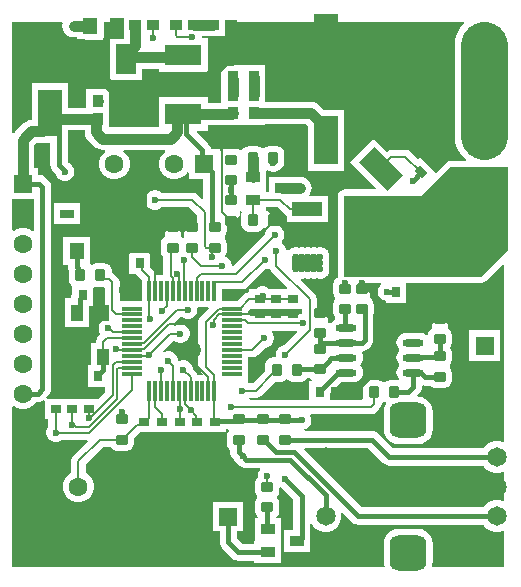
<source format=gtl>
G04*
G04 #@! TF.GenerationSoftware,Altium Limited,Altium Designer,21.3.2 (30)*
G04*
G04 Layer_Physical_Order=1*
G04 Layer_Color=255*
%FSTAX24Y24*%
%MOIN*%
G70*
G04*
G04 #@! TF.SameCoordinates,587B8423-3D13-4A71-8966-67BAEF8921A1*
G04*
G04*
G04 #@! TF.FilePolarity,Positive*
G04*
G01*
G75*
%ADD14C,0.0080*%
%ADD20R,0.0118X0.0669*%
%ADD21R,0.0669X0.0118*%
%ADD22R,0.0787X0.1614*%
%ADD23R,0.0472X0.0335*%
G04:AMPARAMS|DCode=24|XSize=39.4mil|YSize=35.4mil|CornerRadius=4.4mil|HoleSize=0mil|Usage=FLASHONLY|Rotation=90.000|XOffset=0mil|YOffset=0mil|HoleType=Round|Shape=RoundedRectangle|*
%AMROUNDEDRECTD24*
21,1,0.0394,0.0266,0,0,90.0*
21,1,0.0305,0.0354,0,0,90.0*
1,1,0.0089,0.0133,0.0153*
1,1,0.0089,0.0133,-0.0153*
1,1,0.0089,-0.0133,-0.0153*
1,1,0.0089,-0.0133,0.0153*
%
%ADD24ROUNDEDRECTD24*%
%ADD25R,0.0335X0.0276*%
%ADD26R,0.0276X0.0335*%
%ADD27R,0.0394X0.0551*%
%ADD28R,0.0472X0.0315*%
G04:AMPARAMS|DCode=29|XSize=39.4mil|YSize=35.4mil|CornerRadius=4.4mil|HoleSize=0mil|Usage=FLASHONLY|Rotation=0.000|XOffset=0mil|YOffset=0mil|HoleType=Round|Shape=RoundedRectangle|*
%AMROUNDEDRECTD29*
21,1,0.0394,0.0266,0,0,0.0*
21,1,0.0305,0.0354,0,0,0.0*
1,1,0.0089,0.0153,-0.0133*
1,1,0.0089,-0.0153,-0.0133*
1,1,0.0089,-0.0153,0.0133*
1,1,0.0089,0.0153,0.0133*
%
%ADD29ROUNDEDRECTD29*%
%ADD30R,0.0500X0.0550*%
G04:AMPARAMS|DCode=31|XSize=135.8mil|YSize=70.9mil|CornerRadius=0mil|HoleSize=0mil|Usage=FLASHONLY|Rotation=315.000|XOffset=0mil|YOffset=0mil|HoleType=Round|Shape=Rectangle|*
%AMROTATEDRECTD31*
4,1,4,-0.0731,0.0230,-0.0230,0.0731,0.0731,-0.0230,0.0230,-0.0731,-0.0731,0.0230,0.0*
%
%ADD31ROTATEDRECTD31*%

%ADD32R,0.0787X0.1575*%
%ADD33R,0.0984X0.0472*%
%ADD34R,0.2559X0.2362*%
%ADD35R,0.0669X0.0984*%
%ADD36R,0.0374X0.0394*%
G04:AMPARAMS|DCode=37|XSize=33.5mil|YSize=27.6mil|CornerRadius=0mil|HoleSize=0mil|Usage=FLASHONLY|Rotation=135.000|XOffset=0mil|YOffset=0mil|HoleType=Round|Shape=Rectangle|*
%AMROTATEDRECTD37*
4,1,4,0.0216,-0.0021,0.0021,-0.0216,-0.0216,0.0021,-0.0021,0.0216,0.0216,-0.0021,0.0*
%
%ADD37ROTATEDRECTD37*%

%ADD38O,0.0709X0.0236*%
%ADD39R,0.0394X0.0374*%
%ADD40R,0.1220X0.0709*%
%ADD71C,0.0170*%
%ADD72C,0.0350*%
%ADD73C,0.0500*%
%ADD74C,0.1550*%
%ADD75C,0.0630*%
%ADD76R,0.0630X0.0630*%
%ADD77R,0.0630X0.0630*%
G04:AMPARAMS|DCode=78|XSize=122mil|YSize=118.1mil|CornerRadius=29.5mil|HoleSize=0mil|Usage=FLASHONLY|Rotation=0.000|XOffset=0mil|YOffset=0mil|HoleType=Round|Shape=RoundedRectangle|*
%AMROUNDEDRECTD78*
21,1,0.1220,0.0591,0,0,0.0*
21,1,0.0630,0.1181,0,0,0.0*
1,1,0.0591,0.0315,-0.0295*
1,1,0.0591,-0.0315,-0.0295*
1,1,0.0591,-0.0315,0.0295*
1,1,0.0591,0.0315,0.0295*
%
%ADD78ROUNDEDRECTD78*%
%ADD79C,0.0650*%
%ADD80R,0.0591X0.0591*%
%ADD81C,0.0591*%
%ADD82C,0.0500*%
%ADD83C,0.0236*%
%ADD84C,0.1100*%
%ADD85C,0.1200*%
G36*
X044022Y0389D02*
X043982Y038868D01*
X04386Y038719D01*
X04377Y03855D01*
X043714Y038366D01*
X0437Y038223D01*
Y03545D01*
X043695Y035445D01*
Y035125D01*
X043714Y034934D01*
X04377Y03475D01*
X04386Y034581D01*
X043982Y034432D01*
X044078Y034354D01*
X04406Y034304D01*
X043563D01*
X043485Y034288D01*
X043463Y034279D01*
X043397Y034235D01*
X043064Y033902D01*
X042548Y034418D01*
X042482Y034352D01*
X042223Y034611D01*
X042144Y034664D01*
X04205Y034683D01*
X041588D01*
X041494Y034664D01*
X041423Y034616D01*
X040998Y035041D01*
X040214Y034257D01*
X041071Y0334D01*
X041052Y033354D01*
X040013D01*
X040013Y033354D01*
X040013Y033354D01*
X039972Y033346D01*
X039935Y033338D01*
X039935Y033338D01*
X039935Y033338D01*
X039926Y033335D01*
X039926Y033335D01*
X039926Y033335D01*
X039926Y033335D01*
X039896Y033315D01*
X03986Y03329D01*
X03986Y03329D01*
X03986Y03329D01*
X039835Y033254D01*
X039815Y033224D01*
X039815Y033224D01*
X039815Y033224D01*
X039815Y033224D01*
X039812Y033215D01*
X039812Y033215D01*
X039812Y033215D01*
X039803Y03317D01*
X039796Y033137D01*
X039796Y033137D01*
X039796Y033137D01*
Y030463D01*
X039799Y030449D01*
X039795Y030445D01*
X039761Y030385D01*
X039721Y030359D01*
X039667Y030278D01*
X039648Y030183D01*
Y029917D01*
X039667Y029822D01*
X039721Y029741D01*
X039722Y02974D01*
Y02969D01*
X039721Y02969D01*
X039667Y029609D01*
X039648Y029514D01*
Y029248D01*
X039667Y029153D01*
X039709Y02909D01*
X039699Y029031D01*
X039691Y029028D01*
X039625Y028977D01*
X039574Y02891D01*
X039569Y028898D01*
X039517Y028888D01*
X039476Y02892D01*
Y029057D01*
X039397Y029136D01*
X039102D01*
Y029693D01*
X039083Y029787D01*
X03903Y029866D01*
X038564Y030332D01*
X038585Y030382D01*
X038642D01*
X0387Y030397D01*
X038758Y030382D01*
X038842D01*
X0389Y030397D01*
X038958Y030382D01*
X039042D01*
X0391Y030397D01*
X039158Y030382D01*
X039242D01*
X039323Y030404D01*
X039395Y030445D01*
X03941Y03046D01*
X03948D01*
Y030549D01*
X039496Y030577D01*
X039518Y030658D01*
Y030742D01*
X039503Y0308D01*
X039518Y030858D01*
Y030942D01*
X039503Y031D01*
X039518Y031058D01*
Y031142D01*
X039496Y031223D01*
X03948Y031251D01*
Y031332D01*
X039417D01*
X039395Y031355D01*
X039323Y031396D01*
X039242Y031418D01*
X039158D01*
X0391Y031403D01*
X039042Y031418D01*
X038958D01*
X0389Y031403D01*
X038842Y031418D01*
X038758D01*
X0387Y031403D01*
X038642Y031418D01*
X038558D01*
X0385Y031403D01*
X038442Y031418D01*
X038358D01*
X038277Y031396D01*
X038205Y031355D01*
X038183Y031332D01*
X038096D01*
X038061Y031368D01*
X038046Y031423D01*
X038005Y031495D01*
X037945Y031555D01*
X037933Y031562D01*
X037924Y031624D01*
X037955Y031655D01*
X037996Y031727D01*
X038018Y031808D01*
Y031892D01*
X037996Y031973D01*
X037955Y032045D01*
X037895Y032105D01*
X037823Y032146D01*
X037742Y032168D01*
X037658D01*
X037584Y032148D01*
X03756Y032161D01*
X037536Y032181D01*
Y032547D01*
X037457Y032626D01*
X037436D01*
X037394Y032645D01*
Y032767D01*
X037787D01*
X038031Y032523D01*
X038096Y03248D01*
Y03226D01*
X03948D01*
Y033132D01*
X03888D01*
X038856Y033182D01*
X038878Y033211D01*
X038915Y033302D01*
X038928Y0334D01*
X038915Y033498D01*
X038878Y033589D01*
X038817Y033667D01*
X038739Y033728D01*
X038648Y033765D01*
X03855Y033778D01*
X038535Y033776D01*
X037942D01*
X037859Y033765D01*
X037506D01*
Y033257D01*
X037394D01*
Y033379D01*
X037394D01*
X037396Y033403D01*
X037396D01*
X037396Y033428D01*
Y033969D01*
X037429Y034001D01*
X037446Y034004D01*
X037455Y033995D01*
X037527Y033954D01*
X037608Y033932D01*
X037692D01*
X037773Y033954D01*
X037845Y033995D01*
X037876Y034026D01*
X037944Y034071D01*
X037998Y034152D01*
X038017Y034247D01*
Y034553D01*
X037998Y034648D01*
X037944Y034729D01*
X037863Y034783D01*
X037768Y034802D01*
X037502D01*
X037406Y034783D01*
X037332Y034733D01*
X037312Y034728D01*
X037288D01*
X037268Y034733D01*
X037194Y034783D01*
X037098Y034802D01*
X036832D01*
X036737Y034783D01*
X036656Y034729D01*
X036619Y034672D01*
X036589Y034651D01*
X036555Y03466D01*
X036498Y034698D01*
X036403Y034717D01*
X036097D01*
X036002Y034698D01*
X035921Y034644D01*
X035915Y034634D01*
X035865Y034649D01*
Y034715D01*
X035561D01*
X035557Y034745D01*
X035529Y034814D01*
X035483Y034874D01*
X035091Y035265D01*
X03511Y035311D01*
X03546D01*
Y035488D01*
X036261D01*
X036359Y0355D01*
X036377Y035508D01*
X037387D01*
Y035526D01*
X038739D01*
X038806Y03546D01*
Y03398D01*
X039994D01*
Y035994D01*
X039341D01*
X039164Y036172D01*
X039085Y036232D01*
X038994Y03627D01*
X038896Y036283D01*
X037387D01*
Y036708D01*
Y037502D01*
X035913D01*
Y036708D01*
Y036244D01*
X03546D01*
Y03642D01*
X03384D01*
Y035428D01*
X032187D01*
Y035898D01*
Y036692D01*
X031413D01*
Y036083D01*
X030794D01*
Y036887D01*
X029606D01*
Y035666D01*
X029588D01*
X02949Y035653D01*
X029398Y035615D01*
X02932Y035555D01*
X029033Y035267D01*
X029003Y035228D01*
X028953Y035245D01*
Y038947D01*
X030605D01*
X030636Y038908D01*
X030635Y038897D01*
X030622Y0388D01*
X030635Y038702D01*
X030672Y038611D01*
X030733Y038533D01*
X030811Y038472D01*
X030902Y038435D01*
X031Y038422D01*
X0311D01*
Y038325D01*
X032D01*
Y038947D01*
X032658D01*
Y038463D01*
X032676D01*
Y03838D01*
X032215D01*
Y036995D01*
X033285D01*
Y037383D01*
X03384D01*
Y03728D01*
X03546D01*
Y038389D01*
X035283D01*
X035268Y038408D01*
Y038463D01*
X036052D01*
Y038947D01*
X044005D01*
X044022Y0389D01*
D02*
G37*
G36*
X031372Y035255D02*
X031385Y035157D01*
X031422Y035066D01*
X031483Y034988D01*
X031688Y034783D01*
X031766Y034722D01*
X031857Y034685D01*
X031955Y034672D01*
X032041D01*
X032054Y034623D01*
X032034Y034612D01*
X031938Y034516D01*
X03187Y034399D01*
X031835Y034268D01*
Y034132D01*
X03187Y034001D01*
X031938Y033884D01*
X032034Y033788D01*
X032151Y03372D01*
X032282Y033685D01*
X032418D01*
X032549Y03372D01*
X032666Y033788D01*
X032762Y033884D01*
X03283Y034001D01*
X032865Y034132D01*
Y034268D01*
X03283Y034399D01*
X032762Y034516D01*
X032666Y034612D01*
X032646Y034623D01*
X032659Y034672D01*
X034041D01*
X034054Y034623D01*
X034034Y034612D01*
X033938Y034516D01*
X03387Y034399D01*
X033835Y034268D01*
Y034132D01*
X03387Y034001D01*
X033938Y033884D01*
X034034Y033788D01*
X034151Y03372D01*
X034282Y033685D01*
X034418D01*
X034549Y03372D01*
X034666Y033788D01*
X034762Y033884D01*
X034785Y033924D01*
X034835Y03391D01*
Y033685D01*
X035313D01*
Y033049D01*
X035266Y03303D01*
X035123Y033173D01*
X035044Y033226D01*
X03495Y033245D01*
X033905D01*
X033895Y033255D01*
X033823Y033296D01*
X033742Y033318D01*
X033658D01*
X033577Y033296D01*
X033505Y033255D01*
X033445Y033195D01*
X033404Y033123D01*
X033382Y033042D01*
Y032958D01*
X033404Y032877D01*
X033445Y032805D01*
X033505Y032745D01*
X033577Y032704D01*
X033658Y032682D01*
X033742D01*
X033823Y032704D01*
X033895Y032745D01*
X033905Y032755D01*
X034849D01*
X035121Y032483D01*
Y031986D01*
X034753D01*
X034674Y031907D01*
Y03176D01*
X034625Y031727D01*
X034576Y03176D01*
Y031907D01*
X034497Y031986D01*
X034103D01*
X034024Y031907D01*
Y03176D01*
X033971Y031724D01*
X033917Y031644D01*
X033898Y031548D01*
Y031282D01*
X033917Y031187D01*
X033971Y031106D01*
X033987Y031096D01*
Y030503D01*
X033748D01*
X033743Y030526D01*
X03369Y030606D01*
X033532Y030764D01*
Y031267D01*
X032856D01*
Y030533D01*
X033083D01*
X033106Y030498D01*
X033258Y030346D01*
Y029642D01*
X032527D01*
Y030268D01*
X032508Y030362D01*
X032455Y030441D01*
X032355Y030541D01*
X032275Y030594D01*
X032267Y030596D01*
Y030653D01*
X032248Y030748D01*
X032194Y030829D01*
X032113Y030883D01*
X032018Y030902D01*
X031752D01*
X031656Y030883D01*
X0316Y030845D01*
X03155Y030872D01*
Y031775D01*
X03065D01*
Y030825D01*
X030813D01*
Y03077D01*
X030822Y030696D01*
X030836Y030664D01*
X030833Y030653D01*
Y030347D01*
X030852Y030252D01*
X030906Y030171D01*
X030956Y030138D01*
Y02988D01*
X030941Y02986D01*
X030912Y029791D01*
X030903Y029724D01*
X03072D01*
Y028772D01*
X031514D01*
Y029483D01*
X031632D01*
Y030078D01*
X031682Y030112D01*
X031752Y030098D01*
X032018D01*
X032037Y030082D01*
Y029318D01*
X032056Y029224D01*
X032109Y029145D01*
X032158Y029096D01*
X032137Y029046D01*
X032108D01*
X032027Y029025D01*
X031955Y028983D01*
X031895Y028923D01*
X031854Y028851D01*
X031832Y02877D01*
Y028686D01*
X031854Y028605D01*
X031892Y028538D01*
X03181Y028456D01*
X031757Y028377D01*
X031738Y028283D01*
Y028228D01*
X031586D01*
Y027517D01*
X031468D01*
Y026783D01*
X032055D01*
Y026601D01*
X031836Y026382D01*
X030104D01*
X030085Y026428D01*
X030153Y026497D01*
X030199Y026556D01*
X030228Y026626D01*
X030237Y0267D01*
Y03345D01*
X030228Y033524D01*
X030199Y033594D01*
X030153Y033653D01*
X030053Y033753D01*
X029994Y033799D01*
X029924Y033828D01*
X02985Y033837D01*
X029815D01*
Y034065D01*
X029678D01*
Y034843D01*
X029744Y034909D01*
X029981D01*
X030006Y034913D01*
X030221D01*
Y034159D01*
X030231Y034085D01*
X03026Y034015D01*
X030305Y033956D01*
X030392Y033869D01*
X030404Y033827D01*
X030445Y033755D01*
X030505Y033695D01*
X030577Y033654D01*
X030658Y033632D01*
X030742D01*
X030823Y033654D01*
X030895Y033695D01*
X030955Y033755D01*
X030996Y033827D01*
X031018Y033908D01*
Y033992D01*
X030996Y034073D01*
X030955Y034145D01*
X030895Y034205D01*
X030835Y034239D01*
X030796Y034278D01*
Y0352D01*
X030794Y035219D01*
Y035326D01*
X031372D01*
Y035255D01*
D02*
G37*
G36*
X029663Y031981D02*
X029639Y031971D01*
X029613Y031964D01*
X029499Y03203D01*
X029368Y032065D01*
X029232D01*
X029101Y03203D01*
X029003Y031973D01*
X028953Y031997D01*
Y033035D01*
X029663D01*
Y031981D01*
D02*
G37*
G36*
X036602Y032606D02*
X036602Y032595D01*
X036583Y032503D01*
Y032197D01*
X036602Y032102D01*
X036656Y032021D01*
X036737Y031967D01*
X036832Y031948D01*
X037098D01*
X037194Y031967D01*
X037274Y032021D01*
X03731Y032074D01*
X037407D01*
X037433Y032024D01*
X037404Y031973D01*
X037382Y031892D01*
Y031878D01*
X036318Y030814D01*
X036268Y030835D01*
Y030842D01*
X036246Y030923D01*
X036205Y030995D01*
X036145Y031055D01*
X03608Y031093D01*
X036065Y031112D01*
X036054Y031144D01*
X036083Y031187D01*
X036102Y031282D01*
Y031548D01*
X036083Y031644D01*
X036029Y031724D01*
X036028Y031725D01*
Y031775D01*
X036029Y031776D01*
X036083Y031856D01*
X036102Y031952D01*
Y032218D01*
X036083Y032313D01*
X036047Y032366D01*
X036075Y032414D01*
X036447D01*
X036526Y032493D01*
Y03264D01*
X036532Y032645D01*
X036581D01*
X036602Y032606D01*
D02*
G37*
G36*
X045487Y031337D02*
X045395Y031245D01*
X045395Y031245D01*
X044609Y030459D01*
X044587Y03045D01*
X040005D01*
X04Y030463D01*
Y033137D01*
X040004Y033146D01*
X040013Y03315D01*
X0426D01*
X042619Y033169D01*
X042619Y033169D01*
X043541Y034091D01*
X043563Y0341D01*
X045487D01*
Y031337D01*
D02*
G37*
G36*
X037524Y030706D02*
X037577Y030627D01*
X038114Y03009D01*
X038095Y030044D01*
X0375D01*
X037489Y030055D01*
X037417Y030096D01*
X037336Y030118D01*
X037252D01*
X037171Y030096D01*
X037099Y030055D01*
X037088Y030044D01*
X036833D01*
Y02993D01*
X036756Y029915D01*
X036677Y029862D01*
X036457Y029642D01*
X035942D01*
Y030018D01*
X036613D01*
X036707Y030037D01*
X036786Y03009D01*
X037389Y030693D01*
X037403D01*
X037472Y030711D01*
X037524Y030706D01*
D02*
G37*
G36*
X045347Y030844D02*
Y024949D01*
X045297Y024925D01*
X045172Y024959D01*
X045034D01*
X0449Y024923D01*
X044781Y024854D01*
X044683Y024756D01*
X044663Y024722D01*
X041635D01*
X041138Y025219D01*
X041078Y025264D01*
X041009Y025293D01*
X040935Y025303D01*
X038694D01*
X038687Y025353D01*
X038723Y025362D01*
X038795Y025404D01*
X038855Y025463D01*
X038896Y025536D01*
X038918Y025617D01*
Y025701D01*
X038896Y025781D01*
X038883Y025805D01*
X038912Y025855D01*
X0409D01*
X040994Y025874D01*
X041073Y025927D01*
X041188Y026042D01*
X041241Y026122D01*
X04126Y026215D01*
Y026228D01*
X041324Y026271D01*
X041325Y026272D01*
X041362D01*
X041382Y026267D01*
X041399Y026256D01*
X041407Y026206D01*
X041402Y0262D01*
X041353Y026079D01*
X041335Y02595D01*
Y025359D01*
X041353Y02523D01*
X041402Y02511D01*
X041482Y025006D01*
X041585Y024927D01*
X041706Y024877D01*
X041835Y02486D01*
X042465D01*
X042594Y024877D01*
X042715Y024927D01*
X042818Y025006D01*
X042898Y02511D01*
X042947Y02523D01*
X042965Y025359D01*
Y02595D01*
X042947Y026079D01*
X042898Y0262D01*
X042818Y026303D01*
X042715Y026383D01*
X042594Y026433D01*
X042475Y026448D01*
X04245Y026493D01*
X042515Y026559D01*
X042561Y026618D01*
X04259Y026688D01*
X0426Y026762D01*
Y026795D01*
X042624Y026811D01*
X04265Y026821D01*
X042716Y026813D01*
X042867D01*
X042871Y026806D01*
X042952Y026752D01*
X043047Y026733D01*
X043353D01*
X043448Y026752D01*
X043529Y026806D01*
X043583Y026887D01*
X043602Y026982D01*
Y027248D01*
X043583Y027344D01*
X043529Y027424D01*
X043528Y027425D01*
Y027475D01*
X043529Y027476D01*
X043583Y027556D01*
X043602Y027652D01*
Y027918D01*
X043583Y028013D01*
X043541Y028075D01*
X043583Y028137D01*
X043602Y028232D01*
Y028498D01*
X043583Y028594D01*
X043529Y028674D01*
X043476Y02871D01*
Y028857D01*
X043397Y028936D01*
X043003D01*
X042924Y028857D01*
Y02871D01*
X042871Y028674D01*
X042817Y028594D01*
X042803Y028519D01*
X042758Y028498D01*
X042748Y028498D01*
X042709Y028528D01*
X042631Y02856D01*
X042548Y028571D01*
X042076D01*
X041993Y02856D01*
X041916Y028528D01*
X041849Y028477D01*
X041798Y02841D01*
X041766Y028333D01*
X041755Y02825D01*
X041766Y028167D01*
X041798Y02809D01*
X041849Y028023D01*
Y027977D01*
X041798Y02791D01*
X041766Y027833D01*
X041755Y02775D01*
X041766Y027667D01*
X041798Y02759D01*
X041849Y027523D01*
Y027477D01*
X041798Y02741D01*
X041766Y027333D01*
X041755Y02725D01*
X041766Y027167D01*
X041798Y02709D01*
X041828Y027051D01*
X041825Y027035D01*
X041803Y027002D01*
X041552D01*
X041456Y026983D01*
X041376Y026929D01*
X041375Y026928D01*
X041325D01*
X041324Y026929D01*
X041244Y026983D01*
X041148Y027002D01*
X040882D01*
X040787Y026983D01*
X040706Y026929D01*
X040652Y026848D01*
X040633Y026753D01*
Y026447D01*
X040644Y026395D01*
X040603Y026345D01*
X039532D01*
Y026561D01*
X0399Y026929D01*
X040324D01*
X040407Y02694D01*
X040484Y026972D01*
X040551Y027023D01*
X040602Y02709D01*
X040634Y027167D01*
X040645Y02725D01*
X040634Y027333D01*
X040602Y02741D01*
X040559Y027466D01*
X040554Y0275D01*
X040559Y027534D01*
X040602Y02759D01*
X040634Y027667D01*
X040645Y02775D01*
X040634Y027833D01*
X040602Y02791D01*
X040598Y027915D01*
X040623Y027965D01*
X040675Y027972D01*
X040744Y028001D01*
X040804Y028047D01*
X040903Y028146D01*
X040949Y028206D01*
X040978Y028275D01*
X040987Y02835D01*
Y029177D01*
X041002Y029248D01*
Y029514D01*
X040983Y029609D01*
X040929Y02969D01*
X040876Y029725D01*
Y029873D01*
X040797Y029952D01*
X040452D01*
Y030183D01*
X040447Y030207D01*
X040478Y030246D01*
X041234D01*
X041246Y030196D01*
X041195Y030145D01*
X041154Y030073D01*
X041132Y029992D01*
Y029908D01*
X041154Y029827D01*
X041195Y029755D01*
X041255Y029695D01*
X041327Y029654D01*
X041406Y029632D01*
Y029583D01*
X042082D01*
Y030246D01*
X044587D01*
X044665Y030262D01*
X044687Y030271D01*
X044753Y030315D01*
X045301Y030863D01*
X045347Y030844D01*
D02*
G37*
G36*
X038612Y029207D02*
X038597D01*
X038516Y029185D01*
X038443Y029143D01*
X038434Y029133D01*
X036913D01*
X036884Y029162D01*
X036805Y029215D01*
X036803Y029215D01*
Y029296D01*
X036876Y029368D01*
X038612D01*
Y029207D01*
D02*
G37*
G36*
X035492Y029388D02*
X035227Y029123D01*
X035174Y029044D01*
X035155Y02895D01*
Y02745D01*
X035174Y027356D01*
X035227Y027277D01*
X035292Y027212D01*
X035272Y027166D01*
X035128D01*
X035121Y027198D01*
X035068Y027278D01*
X034968Y027378D01*
Y027392D01*
X034946Y027473D01*
X034905Y027545D01*
X034845Y027605D01*
X034773Y027646D01*
X034692Y027668D01*
X034608D01*
X034527Y027646D01*
X034513Y027638D01*
X034468Y02767D01*
Y027692D01*
X034446Y027773D01*
X034405Y027845D01*
X034345Y027905D01*
X034273Y027946D01*
X034192Y027968D01*
X034108D01*
X034027Y027946D01*
X033994Y027927D01*
X033963Y027967D01*
X034301Y028305D01*
X034345D01*
X034355Y028295D01*
X034427Y028254D01*
X034508Y028232D01*
X034592D01*
X034673Y028254D01*
X034745Y028295D01*
X034805Y028355D01*
X034846Y028427D01*
X034868Y028508D01*
Y028592D01*
X034846Y028673D01*
X034805Y028745D01*
X034745Y028805D01*
X034673Y028846D01*
X034592Y028868D01*
X034508D01*
X034427Y028846D01*
X034355Y028805D01*
X034354Y028804D01*
X034326Y028808D01*
X034308Y02886D01*
X034553Y029105D01*
X034595D01*
X034605Y029095D01*
X034677Y029054D01*
X034758Y029032D01*
X034842D01*
X034923Y029054D01*
X034995Y029095D01*
X035055Y029155D01*
X035096Y029227D01*
X035118Y029308D01*
Y029392D01*
X035117Y029394D01*
X035148Y029434D01*
X035472D01*
X035492Y029388D01*
D02*
G37*
G36*
X038871Y027056D02*
X03893Y027017D01*
X038915Y026967D01*
X038856D01*
Y026345D01*
X036859D01*
X036835Y026395D01*
X036843Y026405D01*
X037065D01*
X037159Y026424D01*
X037238Y026477D01*
X03771Y026948D01*
X037898D01*
X037994Y026967D01*
X038068Y027017D01*
X038088Y027022D01*
X038112D01*
X038132Y027017D01*
X038206Y026967D01*
X038302Y026948D01*
X038568D01*
X038663Y026967D01*
X038744Y027021D01*
X038776Y02707D01*
X038862D01*
X038871Y027056D01*
D02*
G37*
G36*
X038445Y028621D02*
X038449Y028595D01*
X038022Y028168D01*
X038008D01*
X037927Y028146D01*
X037855Y028105D01*
X037795Y028045D01*
X037754Y027973D01*
X037732Y027892D01*
Y027808D01*
X037736Y027791D01*
X037706Y027752D01*
X037632D01*
X037537Y027733D01*
X037456Y027679D01*
X037402Y027598D01*
X037383Y027503D01*
Y027314D01*
X036964Y026895D01*
X036837D01*
X03682Y026915D01*
X036803Y026958D01*
X036803D01*
Y027155D01*
Y027549D01*
Y02776D01*
X036955D01*
X037048Y027779D01*
X037128Y027832D01*
X037378Y028082D01*
X037392D01*
X037473Y028104D01*
X037545Y028145D01*
X037605Y028205D01*
X037646Y028277D01*
X037668Y028358D01*
Y028442D01*
X037646Y028523D01*
X037605Y028595D01*
X037602Y028598D01*
X037621Y028644D01*
X038427D01*
X038445Y028621D01*
D02*
G37*
G36*
X030033Y026306D02*
Y025706D01*
X030155D01*
Y025455D01*
X030145Y025445D01*
X030104Y025373D01*
X030082Y025292D01*
Y025208D01*
X030104Y025127D01*
X030145Y025055D01*
X030205Y024995D01*
X030277Y024954D01*
X030358Y024932D01*
X030442D01*
X030523Y024954D01*
X030595Y024995D01*
X030605Y025005D01*
X031439D01*
X031459Y024955D01*
X030977Y024473D01*
X030924Y024394D01*
X030905Y0243D01*
Y023903D01*
X030834Y023862D01*
X030738Y023766D01*
X03067Y023649D01*
X030635Y023518D01*
Y023382D01*
X03067Y023251D01*
X030738Y023134D01*
X030834Y023038D01*
X030951Y02297D01*
X031082Y022935D01*
X031218D01*
X031349Y02297D01*
X031466Y023038D01*
X031562Y023134D01*
X03163Y023251D01*
X031665Y023382D01*
Y023518D01*
X03163Y023649D01*
X031562Y023766D01*
X031466Y023862D01*
X031395Y023903D01*
Y024199D01*
X031967Y024771D01*
X032228D01*
X032271Y024706D01*
X032352Y024652D01*
X032447Y024633D01*
X032753D01*
X032848Y024652D01*
X032929Y024706D01*
X032983Y024787D01*
X033002Y024882D01*
Y025051D01*
X033214Y025263D01*
X033252D01*
X033276Y025268D01*
X036067D01*
Y025358D01*
X036138D01*
X036138Y025358D01*
X03616Y025308D01*
X036117Y025244D01*
X036098Y025148D01*
Y024882D01*
X036117Y024787D01*
X036171Y024706D01*
X036213Y024679D01*
Y0246D01*
X036222Y024526D01*
X036251Y024456D01*
X036297Y024397D01*
X036324Y02437D01*
X036329Y024352D01*
X03637Y02428D01*
X03643Y02422D01*
X036502Y024179D01*
X03652Y024174D01*
X036547Y024147D01*
X036606Y024101D01*
X036676Y024072D01*
X03675Y024063D01*
X037192D01*
X037213Y024013D01*
X037195Y023995D01*
X037154Y023923D01*
X037132Y023842D01*
Y023758D01*
X037134Y023752D01*
X037121Y023744D01*
X037067Y023663D01*
X037048Y023568D01*
Y023302D01*
X037067Y023206D01*
X037117Y023132D01*
X037122Y023112D01*
Y023088D01*
X037117Y023068D01*
X037067Y022994D01*
X037048Y022898D01*
Y022632D01*
X037067Y022537D01*
X037121Y022456D01*
X03715Y022437D01*
X037135Y022387D01*
X037024D01*
Y021678D01*
X037022Y021629D01*
X037022Y021604D01*
Y021549D01*
X036607D01*
X036437Y021719D01*
Y021955D01*
X036645D01*
Y022945D01*
X035655D01*
Y021955D01*
X035863D01*
Y0216D01*
X035872Y021526D01*
X035901Y021456D01*
X035947Y021397D01*
X036285Y021059D01*
X036344Y021013D01*
X036414Y020984D01*
X036488Y020975D01*
X037022D01*
Y020895D01*
X037894D01*
Y021604D01*
X037896Y021653D01*
X037896Y021678D01*
Y022387D01*
X037754D01*
X03775Y022437D01*
X037779Y022456D01*
X037833Y022537D01*
X037852Y022632D01*
Y022898D01*
X037833Y022994D01*
X037783Y023068D01*
X037778Y023088D01*
Y023112D01*
X037783Y023132D01*
X037833Y023206D01*
X037852Y023302D01*
Y023389D01*
X037902Y023418D01*
X037927Y023404D01*
X037945Y023399D01*
X038313Y023031D01*
Y022015D01*
X038006D01*
Y021281D01*
X038878D01*
Y021712D01*
X038881Y02173D01*
Y021755D01*
X038887Y021806D01*
Y022194D01*
X038937Y022207D01*
X038974Y022144D01*
X039072Y022046D01*
X039192Y021977D01*
X039325Y021941D01*
X039463D01*
X039597Y021977D01*
X039716Y022046D01*
X039814Y022144D01*
X039883Y022263D01*
X039919Y022397D01*
Y022535D01*
X039911Y022564D01*
X039954Y022589D01*
X040281Y022262D01*
X040341Y022217D01*
X04041Y022188D01*
X040484Y022178D01*
X044663D01*
X044683Y022144D01*
X044781Y022046D01*
X0449Y021977D01*
X045034Y021941D01*
X045172D01*
X045297Y021975D01*
X045347Y021951D01*
Y020753D01*
X042964D01*
X042937Y020794D01*
X042947Y020821D01*
X042965Y02095D01*
Y021541D01*
X042947Y02167D01*
X042898Y02179D01*
X042818Y021894D01*
X042715Y021973D01*
X042594Y022023D01*
X042465Y02204D01*
X041835D01*
X041706Y022023D01*
X041585Y021973D01*
X041482Y021894D01*
X041402Y02179D01*
X041353Y02167D01*
X041335Y021541D01*
Y02095D01*
X041353Y020821D01*
X041364Y020794D01*
X041336Y020753D01*
X028953D01*
Y026103D01*
X029003Y026127D01*
X029101Y02607D01*
X029232Y026035D01*
X029368D01*
X029499Y02607D01*
X029616Y026138D01*
X029712Y026234D01*
X029729Y026263D01*
X0298D01*
X029874Y026272D01*
X029944Y026301D01*
X029983Y026331D01*
X030033Y026306D01*
D02*
G37*
G36*
X041312Y024231D02*
X041372Y024185D01*
X041441Y024157D01*
X041516Y024147D01*
X044663D01*
X044683Y024112D01*
X044781Y024014D01*
X0449Y023945D01*
X045034Y023909D01*
X045172D01*
X045297Y023943D01*
X045347Y023919D01*
Y022981D01*
X045297Y022957D01*
X045172Y022991D01*
X045034D01*
X0449Y022955D01*
X044781Y022886D01*
X044683Y022788D01*
X044663Y022753D01*
X040603D01*
X038675Y024682D01*
X038694Y024728D01*
X040816D01*
X041312Y024231D01*
D02*
G37*
%LPC*%
G36*
X031208Y032907D02*
X030336D01*
Y032193D01*
X031208D01*
Y032907D01*
D02*
G37*
G36*
X045215Y028665D02*
X044185D01*
Y027635D01*
X045215D01*
Y028665D01*
D02*
G37*
%LPD*%
D14*
X041227Y034077D02*
X041588Y034438D01*
X04205D01*
X035663Y028863D02*
Y029013D01*
X035836Y029186D01*
X03565Y02885D02*
X035663Y028863D01*
X0372Y029186D02*
X03775D01*
X036268D02*
X0372D01*
X03775D02*
X038292D01*
X03505Y02755D02*
X035486Y027114D01*
X03505Y02755D02*
Y02885D01*
X036404Y032161D02*
Y032179D01*
X036715Y03185D02*
X0372D01*
X036267Y032315D02*
X036404Y032179D01*
X03623Y032315D02*
X036267D01*
X036404Y032161D02*
X036715Y03185D01*
X0372D02*
X0375Y03215D01*
Y032215D01*
X037635Y03235D01*
X035953Y032593D02*
X03623Y032315D01*
X035953Y034953D02*
X0364Y0354D01*
X035953Y032593D02*
Y034953D01*
X0335Y02785D02*
X0342Y02855D01*
X033458Y027808D02*
X0335Y02785D01*
X032931Y027808D02*
X033458D01*
X0324Y02805D02*
X032445Y028005D01*
X032931D01*
X032164Y028728D02*
X032297Y028595D01*
X03215Y028728D02*
X032164D01*
X03105Y02715D02*
X031294D01*
X036268Y028005D02*
X036955D01*
X03735Y0284D01*
X03745Y023435D02*
Y0238D01*
X03775Y0308D02*
Y0313D01*
X038857Y028657D02*
Y029693D01*
X03775Y0308D02*
X038857Y029693D01*
X030764Y032544D02*
X030794D01*
X0356Y031315D02*
X0357Y031415D01*
X0337Y033D02*
X03495D01*
X035365Y032585D01*
Y031462D02*
X035412Y031415D01*
X035365Y031462D02*
Y032585D01*
X035412Y031415D02*
X0357D01*
X0356Y0311D02*
Y031315D01*
X033517Y029067D02*
X033535Y02905D01*
X033517Y029067D02*
Y029969D01*
X031075Y02545D02*
X031508D01*
X03244Y026382D02*
Y027367D01*
X0315Y02575D02*
Y026044D01*
X031508Y02545D02*
X03244Y026382D01*
X031599Y025806D02*
X031606D01*
X031542Y02575D02*
X031599Y025806D01*
X031606D02*
X0323Y0265D01*
X0315Y02575D02*
X031542D01*
X032931Y026675D02*
Y027217D01*
X0304Y02525D02*
X031506D01*
X032931Y026675D01*
X03095Y0255D02*
X03098Y02547D01*
X031055D02*
X031075Y02545D01*
X03098Y02547D02*
X031055D01*
X03095Y0255D02*
Y026044D01*
X0304Y02525D02*
Y026044D01*
X032Y02245D02*
X03335Y0238D01*
Y025094D01*
X03115Y02345D02*
Y0243D01*
X031865Y025015D01*
X03115Y02245D02*
X032D01*
X031865Y025015D02*
X0326D01*
X03805Y02785D02*
X038857Y028657D01*
X036711Y028989D02*
X036811Y028889D01*
X038639D01*
X036268Y028989D02*
X036711D01*
X037765Y027333D02*
Y02735D01*
X037629Y027196D02*
X037765Y027333D01*
X037065Y02665D02*
X037611Y027196D01*
X0366Y02665D02*
X037065D01*
X037611Y027196D02*
X037629D01*
X034892Y026008D02*
X035083Y025817D01*
X0347Y0262D02*
X034892Y026008D01*
X03625Y0261D02*
X0409D01*
X035683Y025623D02*
Y026632D01*
Y025623D02*
X0357Y025606D01*
X0409Y0261D02*
X041015Y026215D01*
X035683Y026632D02*
Y027167D01*
X041015Y026215D02*
Y0266D01*
X03465Y02735D02*
X034895Y027105D01*
X037294Y029689D02*
X038283D01*
X03685D02*
X0372D01*
X03525Y0308D02*
X03595D01*
X0364Y03055D02*
X0377Y03185D01*
X03525Y03055D02*
X0364D01*
X035092Y030392D02*
X03525Y03055D01*
X03495Y0311D02*
X03525Y0308D01*
X036613Y030263D02*
X037361Y031011D01*
X038283Y029689D02*
X0383Y029706D01*
X035683Y030244D02*
X035702Y030263D01*
X036613D01*
X035683Y029969D02*
Y030244D01*
X03625Y034297D02*
Y034335D01*
X035092Y029969D02*
Y030392D01*
X03495Y0311D02*
Y031415D01*
X031806Y02985D02*
Y029906D01*
X032297Y028595D02*
X032931D01*
X032098Y028398D02*
X032931D01*
X031983Y028283D02*
X032098Y028398D01*
X03115Y02905D02*
Y02915D01*
X034305Y026632D02*
Y027468D01*
X03415Y027623D02*
Y02765D01*
Y027623D02*
X034305Y027468D01*
X031117Y027356D02*
Y027752D01*
X033706Y0309D02*
Y031956D01*
X033835Y032085D01*
X032182Y030368D02*
X032282Y030268D01*
X031885Y0305D02*
X032016Y030368D01*
X032182D01*
X032282Y029318D02*
Y030268D01*
Y029318D02*
X032414Y029186D01*
X032931D01*
X03425Y03255D02*
X0343Y0325D01*
Y032085D02*
Y0325D01*
X033528Y03255D02*
X03425D01*
X033835Y032085D02*
X0343D01*
X03495D01*
X035025Y028875D02*
X03505Y02885D01*
X034175Y028875D02*
X035025D01*
X034895Y026632D02*
Y027105D01*
X0342Y02855D02*
X03455D01*
X03445Y030508D02*
Y03055D01*
X033906Y026637D02*
Y027344D01*
X033324Y028024D02*
X034175Y028875D01*
X032931Y028202D02*
X032951Y028221D01*
X035486Y026632D02*
Y027114D01*
X034688Y029979D02*
Y030959D01*
X033906Y026637D02*
X033911Y026632D01*
X033676Y03015D02*
X033706Y03018D01*
X034688Y029979D02*
X034698Y029969D01*
X0354Y02745D02*
X035683Y027167D01*
X032951Y028221D02*
X033323D01*
X0354Y02745D02*
Y02895D01*
X033323Y028221D02*
X034452Y02935D01*
X0348D01*
X035833Y029383D02*
X036268D01*
X0354Y02895D02*
X035833Y029383D01*
X0339Y02735D02*
X033906Y027344D01*
X032951Y028024D02*
X033324D01*
X032931Y028005D02*
X032951Y028024D01*
X034688Y030959D02*
X0347Y030971D01*
X035836Y029186D02*
X036268D01*
X03395Y029321D02*
X034108Y029479D01*
X034677Y030994D02*
X0347Y030971D01*
X034502Y029969D02*
Y030456D01*
X03445Y030508D02*
X034502Y030456D01*
X03395Y0293D02*
Y029321D01*
X034108Y029479D02*
Y029969D01*
X034232Y03046D02*
Y031347D01*
X0343Y031415D01*
X034305Y029969D02*
Y030387D01*
X034232Y03046D02*
X034305Y030387D01*
X033706Y03018D02*
Y0309D01*
X033194D02*
X033279Y030815D01*
X033517Y029969D02*
Y030433D01*
X033279Y030671D02*
Y030815D01*
Y030671D02*
X033517Y030433D01*
X0392Y029235D02*
Y0297D01*
X03262Y025015D02*
X033112Y025508D01*
X033252D01*
X0326Y025015D02*
X03262D01*
X033252Y025508D02*
X03335Y025606D01*
X0347Y0262D02*
Y02663D01*
X035083Y025635D02*
X035113Y025606D01*
X035083Y025635D02*
Y025817D01*
X034698Y026632D02*
X0347Y02663D01*
X034525Y026025D02*
Y026332D01*
Y025606D02*
Y026025D01*
X033937Y025638D02*
Y025863D01*
Y025606D02*
Y025638D01*
X0323Y0265D02*
Y0275D01*
X032487Y027414D02*
X032931D01*
X03244Y027367D02*
X032487Y027414D01*
X032411Y027611D02*
X032931D01*
X0323Y0275D02*
X032411Y027611D01*
X031164Y02731D02*
X031241Y027232D01*
X03095Y02705D02*
X03105Y02715D01*
X03095Y026556D02*
Y02705D01*
X031164Y02731D02*
X031164D01*
X031117Y027356D02*
X031164Y02731D01*
X031983Y027752D02*
Y028283D01*
X033517Y025744D02*
Y026632D01*
X03338Y025606D02*
X033517Y025744D01*
X03335Y025606D02*
X03338D01*
X033714Y026086D02*
X033937Y025863D01*
X033714Y026086D02*
Y026632D01*
X034502Y026356D02*
X034525Y026332D01*
X034502Y026356D02*
Y026632D01*
X038292Y029186D02*
X0383Y029194D01*
X036544Y029383D02*
X03685Y029689D01*
X036268Y029383D02*
X036544D01*
X037888Y033012D02*
X038204Y032696D01*
X036958Y033012D02*
X037888D01*
X041227Y034027D02*
Y034077D01*
X036965Y03235D02*
Y033005D01*
X036958Y033012D02*
X036965Y033005D01*
X038204Y032696D02*
X038788D01*
X042569Y033919D02*
Y033919D01*
X04205Y034438D02*
X042569Y033919D01*
X042773Y035373D02*
Y035573D01*
X0425Y0351D02*
X042773Y035373D01*
X0425Y034712D02*
Y0351D01*
X042931Y034281D02*
Y034281D01*
X0425Y034712D02*
X042931Y034281D01*
X033645Y038395D02*
Y03885D01*
X0339Y037761D02*
Y037799D01*
Y03775D02*
Y037761D01*
X0344Y038845D02*
X034405Y03885D01*
X034447Y03845D02*
X03495D01*
X0344Y038497D02*
Y038845D01*
Y038497D02*
X034447Y03845D01*
X0363Y03705D02*
Y037105D01*
D20*
X033517Y029969D02*
D03*
X033714D02*
D03*
X033911D02*
D03*
X034108D02*
D03*
X034305D02*
D03*
X034502D02*
D03*
X034698D02*
D03*
X034895D02*
D03*
X035092D02*
D03*
X035289D02*
D03*
X035486D02*
D03*
X035683D02*
D03*
Y026632D02*
D03*
X035486D02*
D03*
X035289D02*
D03*
X035092D02*
D03*
X034895D02*
D03*
X034698D02*
D03*
X034502D02*
D03*
X034305D02*
D03*
X034108D02*
D03*
X033911D02*
D03*
X033714D02*
D03*
X033517D02*
D03*
D21*
X036268Y029383D02*
D03*
Y029186D02*
D03*
Y028989D02*
D03*
Y028792D02*
D03*
Y028595D02*
D03*
Y028398D02*
D03*
Y028202D02*
D03*
Y028005D02*
D03*
Y027808D02*
D03*
Y027611D02*
D03*
Y027414D02*
D03*
Y027217D02*
D03*
X032931D02*
D03*
Y027414D02*
D03*
Y027611D02*
D03*
Y027808D02*
D03*
Y028005D02*
D03*
Y028202D02*
D03*
Y028398D02*
D03*
Y028595D02*
D03*
Y028792D02*
D03*
Y028989D02*
D03*
Y029186D02*
D03*
Y029383D02*
D03*
D22*
X0394Y038413D02*
D03*
Y034987D02*
D03*
D23*
X037942Y033398D02*
D03*
X03696Y03377D02*
D03*
X036958Y033012D02*
D03*
X037458Y021262D02*
D03*
X03746Y02202D02*
D03*
X038442Y021648D02*
D03*
D24*
X037635Y0344D02*
D03*
X036965D02*
D03*
X031215Y0305D02*
D03*
X031885D02*
D03*
X038435Y02735D02*
D03*
X037765D02*
D03*
X041685Y0266D02*
D03*
X041015D02*
D03*
X037635Y03235D02*
D03*
X036965D02*
D03*
D25*
X0304Y026556D02*
D03*
Y026044D02*
D03*
X0372Y029194D02*
D03*
Y029706D02*
D03*
X0315Y026556D02*
D03*
Y026044D02*
D03*
X03095Y026556D02*
D03*
Y026044D02*
D03*
X03775Y029194D02*
D03*
Y029706D02*
D03*
X0383Y029194D02*
D03*
Y029706D02*
D03*
X033937Y025606D02*
D03*
Y025094D02*
D03*
X0357Y025606D02*
D03*
Y025094D02*
D03*
X034525D02*
D03*
Y025606D02*
D03*
X03335Y025094D02*
D03*
Y025606D02*
D03*
X035113Y025094D02*
D03*
Y025606D02*
D03*
D26*
X031806Y02985D02*
D03*
X031294D02*
D03*
Y02715D02*
D03*
X031806D02*
D03*
X033706Y0309D02*
D03*
X033194D02*
D03*
X039194Y0266D02*
D03*
X039706D02*
D03*
X041744Y02995D02*
D03*
X042256D02*
D03*
D27*
X031117Y027752D02*
D03*
Y029248D02*
D03*
X031983Y027752D02*
D03*
Y029248D02*
D03*
D28*
X030772Y03255D02*
D03*
X033528D02*
D03*
D29*
X03625Y033665D02*
D03*
Y034335D02*
D03*
X0343Y032085D02*
D03*
Y031415D02*
D03*
X03495Y032085D02*
D03*
Y031415D02*
D03*
X0357Y032085D02*
D03*
Y031415D02*
D03*
X0365Y025015D02*
D03*
Y025685D02*
D03*
X03805D02*
D03*
Y025015D02*
D03*
X0373Y025685D02*
D03*
Y025015D02*
D03*
X0392Y028565D02*
D03*
Y029235D02*
D03*
X04005Y029381D02*
D03*
Y03005D02*
D03*
X0326Y025685D02*
D03*
Y025015D02*
D03*
X03625Y032985D02*
D03*
Y032315D02*
D03*
X0406Y029381D02*
D03*
Y03005D02*
D03*
X0392Y027365D02*
D03*
Y028035D02*
D03*
X0432Y027785D02*
D03*
Y027115D02*
D03*
Y029035D02*
D03*
Y028365D02*
D03*
X03745Y022765D02*
D03*
Y023435D02*
D03*
D30*
X032Y0313D02*
D03*
X0311D02*
D03*
X03245Y0388D02*
D03*
X03155D02*
D03*
D31*
X041227Y034027D02*
D03*
X042773Y035573D02*
D03*
D32*
X0302Y0359D02*
D03*
Y038183D02*
D03*
D33*
X038788Y032696D02*
D03*
X038788Y030896D02*
D03*
D34*
X041524Y031796D02*
D03*
D35*
X03275Y037687D02*
D03*
Y036113D02*
D03*
D36*
X037Y036495D02*
D03*
Y035905D02*
D03*
X0363D02*
D03*
Y036495D02*
D03*
X0318Y035705D02*
D03*
Y036295D02*
D03*
X0363Y037105D02*
D03*
Y037695D02*
D03*
X037Y037105D02*
D03*
Y037695D02*
D03*
D37*
X042931Y034281D02*
D03*
X042569Y033919D02*
D03*
D38*
X042312Y02725D02*
D03*
Y02775D02*
D03*
Y02825D02*
D03*
Y02875D02*
D03*
X040088Y02725D02*
D03*
Y02775D02*
D03*
Y02825D02*
D03*
Y02875D02*
D03*
D39*
X033055Y03885D02*
D03*
X033645D02*
D03*
X034405D02*
D03*
X034995D02*
D03*
X035655D02*
D03*
X036245D02*
D03*
D40*
X03465Y035866D02*
D03*
Y037834D02*
D03*
D71*
X03805Y0237D02*
X0386Y02315D01*
X038593Y021799D02*
X0386Y021806D01*
Y02315D01*
X038511Y021648D02*
X038593Y02173D01*
X038442Y021648D02*
X038511D01*
X038593Y02173D02*
Y021799D01*
X03205Y037651D02*
Y038375D01*
X031949Y037551D02*
X03205Y037651D01*
Y038375D02*
X03245Y038775D01*
Y0388D01*
X031155Y022445D02*
X03315D01*
X03115Y02245D02*
X031155Y022445D01*
X036625Y024475D02*
X03675Y02435D01*
X0365Y0246D02*
X036625Y024475D01*
X03675Y02435D02*
X0382D01*
X039394Y023156D01*
X03625Y03335D02*
Y033665D01*
Y032985D02*
Y03335D01*
X035739Y025645D02*
X036461D01*
X0365Y025685D01*
X036513Y025671D02*
X038587D01*
X0357Y025606D02*
X035739Y025645D01*
X0372Y029706D02*
X037294Y0298D01*
X03475Y0352D02*
Y035766D01*
Y0352D02*
X03528Y03467D01*
X03465Y035866D02*
X03475Y035766D01*
X03528Y03427D02*
X0356Y03395D01*
X03528Y03427D02*
Y03467D01*
X0356Y032085D02*
Y03395D01*
X03285Y03135D02*
X0335D01*
X03205D02*
X03285D01*
X0326Y03D02*
Y0311D01*
X03285Y03135D01*
X031117Y027327D02*
Y027356D01*
X03115Y028336D02*
X031983Y029169D01*
Y029248D01*
X03115Y027785D02*
Y028336D01*
X031117Y027752D02*
X03115Y027785D01*
X03119Y029716D02*
X031294Y02982D01*
X03119Y029321D02*
Y029716D01*
X031294Y02982D02*
Y02985D01*
X031117Y029248D02*
X03119Y029321D01*
X03335Y032649D02*
Y0342D01*
Y032649D02*
X033449Y03255D01*
X033528D01*
X0335Y03135D02*
X033653Y031197D01*
Y030953D02*
X033706Y0309D01*
X033653Y030953D02*
Y031197D01*
X032Y0313D02*
X03205Y03135D01*
X031123Y030592D02*
X031215Y0305D01*
X031123Y030592D02*
Y030747D01*
X0311Y03077D02*
X031123Y030747D01*
X0311Y03077D02*
Y0313D01*
X039194Y02663D02*
X039802Y027237D01*
X039194Y0266D02*
Y02663D01*
X040075Y027237D02*
X040088Y02725D01*
X039802Y027237D02*
X040075D01*
X039194Y0266D02*
X0392D01*
X04005D02*
X040326D01*
X039706D02*
X04005D01*
X039684D02*
X039706D01*
X031117Y027327D02*
X031294Y02715D01*
X03191Y029321D02*
Y029716D01*
Y029321D02*
X031983Y029248D01*
X031806Y02982D02*
Y02985D01*
Y02982D02*
X03191Y029716D01*
X031976Y027745D02*
X031983Y027752D01*
X031976Y02735D02*
Y027745D01*
X031806Y02715D02*
Y02718D01*
X031976Y02735D01*
X03095Y026556D02*
X0315D01*
X0304D02*
X03095D01*
X035113Y025094D02*
X0357D01*
X034525D02*
X035113D01*
X033937D02*
X034525D01*
X03335D02*
X033937D01*
X030509Y034159D02*
X0307Y033968D01*
Y03395D02*
Y033968D01*
X030509Y034159D02*
Y0352D01*
X0302Y035509D02*
X030509Y0352D01*
X040326Y0266D02*
X0413Y027574D01*
X0417Y02875D02*
X042312D01*
X0413Y027574D02*
Y02835D01*
X0417Y02875D01*
X0302Y035758D02*
Y0359D01*
X0365Y025685D02*
X036513Y025671D01*
X038587D02*
X0386Y025659D01*
X03745Y022765D02*
X037455Y02276D01*
Y022025D02*
X03746Y02202D01*
X037455Y022025D02*
Y02276D01*
X03615Y0216D02*
X036488Y021262D01*
X03615Y0216D02*
Y02245D01*
X036488Y021262D02*
X037458D01*
X039394Y022466D02*
Y023156D01*
X0365Y0246D02*
Y025015D01*
X040266Y024434D02*
X04125Y02345D01*
X039394Y024434D02*
X040266D01*
X04125Y02345D02*
X045103D01*
X03835Y0246D02*
X040484Y022466D01*
X045103D01*
X037735Y0246D02*
X03835D01*
X037412Y024923D02*
X037735Y0246D01*
X0374Y024923D02*
X037412D01*
X037308Y025015D02*
X0374Y024923D01*
X040935Y025015D02*
X041516Y024434D01*
X03805Y025015D02*
X040935D01*
X041516Y024434D02*
X045103D01*
X0432Y029035D02*
X043258Y029092D01*
X044642D01*
X0447Y02915D01*
X04145Y02995D02*
X041744D01*
X042304Y02825D02*
X042312D01*
Y026762D02*
Y02725D01*
X04215Y0266D02*
X042312Y026762D01*
X041635Y0266D02*
X04215D01*
X042716Y0271D02*
X043185D01*
X0432Y027115D01*
X042566Y02725D02*
X042716Y0271D01*
X042312Y02725D02*
X042566D01*
X043178Y027763D02*
X0432Y027785D01*
X042312Y02775D02*
X042325Y027763D01*
X043178D01*
X0432Y027785D02*
Y028365D01*
X042256Y029065D02*
Y02995D01*
Y028781D02*
Y029065D01*
X042287Y029035D02*
X0432D01*
X042256Y029065D02*
X042287Y029035D01*
X042256Y028781D02*
X042287Y02875D01*
X03922Y027365D02*
X039467Y027613D01*
Y027617D01*
X039587Y027737D01*
X0392Y027365D02*
X03922D01*
X039587Y027737D02*
X040075D01*
X040088Y02775D01*
X039192Y027358D02*
X0392Y027365D01*
X038435Y02735D02*
X038442Y027358D01*
X039192D01*
X0392Y0283D02*
Y028565D01*
Y028035D02*
Y0283D01*
X03925Y02825D02*
X040088D01*
X0392Y0283D02*
X03925Y02825D01*
X0407Y02835D02*
Y029289D01*
X040088Y02825D02*
X0406D01*
X0407Y02835D01*
X0406Y029381D02*
X040608D01*
X0407Y029289D01*
X04005Y028781D02*
Y029381D01*
Y028781D02*
X040081Y02875D01*
X040088D01*
X04005Y03005D02*
Y03025D01*
X0423Y03365D02*
X042569Y033919D01*
X042969Y034281D02*
X04315Y0341D01*
X042931Y034281D02*
X042969D01*
X02985Y03355D02*
X02995Y03345D01*
X0293Y03355D02*
X02985D01*
X02995Y0267D02*
Y03345D01*
X0298Y02655D02*
X02995Y0267D01*
X0293Y02655D02*
X0298D01*
D72*
X03465Y035866D02*
X036261D01*
X03005Y035356D02*
Y035758D01*
X0302D02*
X030254Y035705D01*
X0302Y038192D02*
X031308D01*
X029981Y035288D02*
X03005Y035356D01*
X029588Y035288D02*
X029981D01*
X0293Y035D02*
X029588Y035288D01*
X0293Y03355D02*
Y035D01*
X03275Y036113D02*
X032787D01*
X037Y035905D02*
X038896D01*
X0394Y035401D01*
Y034987D02*
Y035401D01*
X036261Y035866D02*
X036278Y035883D01*
X034634Y035866D02*
X03465D01*
X036288Y035883D02*
X0363Y035895D01*
X036278Y035883D02*
X036288D01*
X0363Y035895D02*
Y035905D01*
X036963Y033773D02*
Y034398D01*
X03696Y03377D02*
X036963Y033773D01*
Y034398D02*
X036965Y0344D01*
X038548Y033398D02*
X03855Y0334D01*
X037942Y033398D02*
X038548D01*
X038788Y030896D02*
X038792Y0309D01*
X0388D01*
X04265Y036163D02*
Y0382D01*
X042543Y035802D02*
Y036056D01*
Y035802D02*
X042773Y035573D01*
X042543Y036056D02*
X04265Y036163D01*
X037Y037695D02*
X039096D01*
X044675Y035125D02*
X0447Y0351D01*
X04465Y0382D02*
X044675Y038175D01*
X031Y0388D02*
X03155D01*
X0318Y036295D02*
Y0363D01*
X031308Y038192D02*
X031949Y037551D01*
Y037071D02*
X03275Y03627D01*
X031949Y037071D02*
Y037551D01*
X030254Y035705D02*
X03175D01*
Y035255D02*
Y035705D01*
Y035255D02*
X031955Y03505D01*
X035Y03685D02*
X0352D01*
X033487D02*
X035D01*
X034455Y035686D02*
X034634Y035866D01*
X034455Y035255D02*
Y035686D01*
X03425Y03505D02*
X034455Y035255D01*
X031955Y03505D02*
X03425D01*
X0339Y037761D02*
X034577D01*
X032823D02*
X0339D01*
X0363Y036495D02*
Y03705D01*
X03275Y037845D02*
X033055Y03815D01*
Y03885D01*
X03275Y037687D02*
Y037845D01*
X036023Y037673D02*
X036288D01*
X0352Y03685D02*
X036023Y037673D01*
X0363Y037685D02*
Y037695D01*
X036288Y037673D02*
X0363Y037685D01*
X03275Y03627D02*
X03291Y03643D01*
X033067D01*
X033487Y03685D01*
X034577Y037761D02*
X03465Y037834D01*
X03275Y037687D02*
X032823Y037761D01*
X034995Y03885D02*
X035655D01*
X0363Y037695D02*
Y038805D01*
X036255Y03885D02*
X0363Y038805D01*
X036245Y03885D02*
X036255D01*
X039096Y037695D02*
X0394Y037999D01*
Y038413D01*
X0363Y037695D02*
X037D01*
Y036495D02*
Y037105D01*
X0394Y038413D02*
X039613Y0382D01*
D73*
X04265D01*
D74*
X044675Y035125D02*
Y038175D01*
D75*
X0447Y02915D02*
D03*
X03235Y0342D02*
D03*
X03335D02*
D03*
X03435D02*
D03*
X0293Y02655D02*
D03*
Y02755D02*
D03*
Y02855D02*
D03*
Y02955D02*
D03*
Y03055D02*
D03*
Y03155D02*
D03*
Y03255D02*
D03*
X03115Y02345D02*
D03*
D76*
X0447Y02815D02*
D03*
X0293Y03355D02*
D03*
X03115Y02245D02*
D03*
D77*
X03535Y0342D02*
D03*
D78*
X04215Y025655D02*
D03*
Y021245D02*
D03*
D79*
X039394Y024434D02*
D03*
Y022466D02*
D03*
X045103Y024434D02*
D03*
Y02345D02*
D03*
Y022466D02*
D03*
D80*
X03615Y02245D02*
D03*
D81*
X03315Y022445D02*
D03*
D82*
X032818Y023754D02*
D03*
X034469Y021478D02*
D03*
X044308Y021411D02*
D03*
X040872Y023709D02*
D03*
X043861Y025382D02*
D03*
X044308Y02652D02*
D03*
X043237Y029733D02*
D03*
X04143Y028707D02*
D03*
X0412Y02775D02*
D03*
X03185Y0378D02*
D03*
X032787Y036113D02*
D03*
X038082Y036851D02*
D03*
X0303Y0372D02*
D03*
X035Y028D02*
D03*
X02945Y03745D02*
D03*
X03755Y03835D02*
D03*
X0406Y03755D02*
D03*
X0402Y0215D02*
D03*
X043Y0233D02*
D03*
X0347Y0232D02*
D03*
X0323Y02175D02*
D03*
X0303Y02155D02*
D03*
X03005Y02375D02*
D03*
X02965Y0247D02*
D03*
D83*
X0348Y03685D02*
D03*
X035D02*
D03*
X0344Y03665D02*
D03*
X0352Y03705D02*
D03*
Y03685D02*
D03*
X0346Y03705D02*
D03*
X0344Y03685D02*
D03*
X035Y03705D02*
D03*
X0352Y03665D02*
D03*
X0346Y03685D02*
D03*
X0348Y03705D02*
D03*
X0344D02*
D03*
X0348Y03665D02*
D03*
X0346D02*
D03*
X035D02*
D03*
X03565Y02885D02*
D03*
X03805Y0237D02*
D03*
X0364Y0354D02*
D03*
X0335Y02785D02*
D03*
X0324Y02805D02*
D03*
X03215Y028728D02*
D03*
X03735Y0284D02*
D03*
X03745Y0238D02*
D03*
X030794Y032544D02*
D03*
X0337Y033D02*
D03*
X0356Y0311D02*
D03*
X033535Y02905D02*
D03*
X0315Y02575D02*
D03*
X03095Y0255D02*
D03*
X0304Y02525D02*
D03*
X036625Y024475D02*
D03*
X037308Y025015D02*
D03*
X03805D02*
D03*
X03625Y03335D02*
D03*
X03775Y0313D02*
D03*
X038639Y028889D02*
D03*
X03805Y02785D02*
D03*
X0366Y02665D02*
D03*
X034892Y026008D02*
D03*
X03625Y0261D02*
D03*
X03465Y02735D02*
D03*
X037294Y0298D02*
D03*
X03595Y0308D02*
D03*
X037361Y031011D02*
D03*
X03765Y03425D02*
D03*
X03625Y034297D02*
D03*
X0377Y03185D02*
D03*
X0326Y03D02*
D03*
X031806Y029906D02*
D03*
X03115Y02915D02*
D03*
X03415Y02765D02*
D03*
X03505Y02885D02*
D03*
X03455Y02855D02*
D03*
X0348Y02935D02*
D03*
X0339Y02735D02*
D03*
X03395Y0293D02*
D03*
X034677Y030994D02*
D03*
X03445Y03055D02*
D03*
X03335Y025094D02*
D03*
X0326Y02595D02*
D03*
X0392Y0266D02*
D03*
X04005D02*
D03*
X0392Y0297D02*
D03*
X034525Y026025D02*
D03*
X033937Y025638D02*
D03*
X0307Y03395D02*
D03*
X0386Y025659D02*
D03*
X04145Y02995D02*
D03*
X042304Y02825D02*
D03*
X04005Y03025D02*
D03*
X0406D02*
D03*
X0423Y03365D02*
D03*
X04315Y0341D02*
D03*
X0302Y03815D02*
D03*
X032787Y036113D02*
D03*
X03855Y0334D02*
D03*
X041499Y034029D02*
D03*
X041216Y034312D02*
D03*
X040933Y034029D02*
D03*
X041074Y034171D02*
D03*
X041357Y033605D02*
D03*
X041074Y034454D02*
D03*
X041499Y033746D02*
D03*
X041357Y034171D02*
D03*
X041216Y033746D02*
D03*
X041216Y034029D02*
D03*
X041074Y033888D02*
D03*
X040792Y034171D02*
D03*
X040933Y034312D02*
D03*
X041357Y033888D02*
D03*
X04164Y033888D02*
D03*
X039Y0307D02*
D03*
X0386D02*
D03*
X0388D02*
D03*
X0384Y0311D02*
D03*
X0388D02*
D03*
X0386Y0309D02*
D03*
X0392Y0307D02*
D03*
X039Y0311D02*
D03*
X0384Y0309D02*
D03*
X0386Y0311D02*
D03*
X0392Y0309D02*
D03*
Y0311D02*
D03*
X0384Y0307D02*
D03*
X039Y0309D02*
D03*
X0388D02*
D03*
X0376Y0377D02*
D03*
X031Y0388D02*
D03*
X0318Y0363D02*
D03*
X033645Y038395D02*
D03*
X0339Y037799D02*
D03*
X03495Y03845D02*
D03*
X0363Y03705D02*
D03*
X037Y037105D02*
D03*
X035Y03685D02*
D03*
X0394Y03495D02*
D03*
D84*
X04265Y0382D02*
D03*
X04465D02*
D03*
D85*
X0447Y0331D02*
D03*
Y0351D02*
D03*
M02*

</source>
